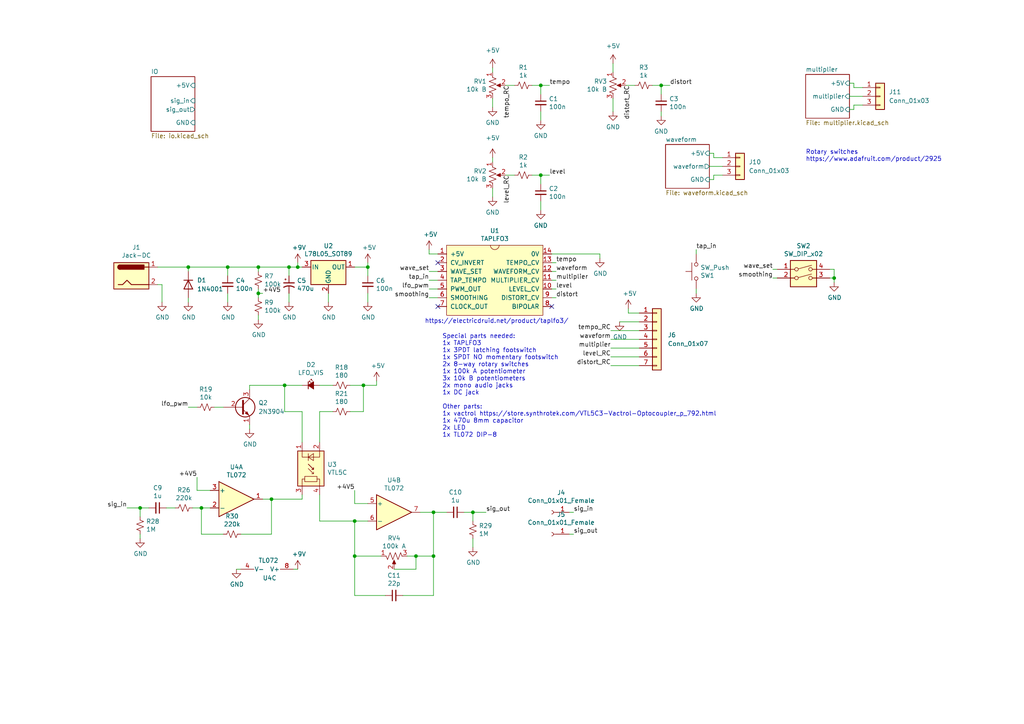
<source format=kicad_sch>
(kicad_sch (version 20230121) (generator eeschema)
  (paper "A4")
  (lib_symbols
    (symbol "Amplifier_Operational:TL072" (pin_names (offset 0.127))
      (property "Reference" "U" (at 0 5.08 0))
      (property "Value" "TL072" (at 0 -5.08 0))
      (symbol "TL072_1_1"
        (polyline (pts (xy -5.08 5.08) (xy 5.08 0) (xy -5.08 -5.08) (xy -5.08 5.08)) (stroke (width 0.254)) (fill (type background)))
        (pin output line (at 7.62 0 180) (length 2.54) (name "~") (number "1"))
        (pin input line (at -7.62 -2.54 0) (length 2.54) (name "-") (number "2"))
        (pin input line (at -7.62 2.54 0) (length 2.54) (name "+") (number "3"))
      )
      (symbol "TL072_2_1"
        (polyline (pts (xy -5.08 5.08) (xy 5.08 0) (xy -5.08 -5.08) (xy -5.08 5.08)) (stroke (width 0.254)) (fill (type background)))
        (pin input line (at -7.62 2.54 0) (length 2.54) (name "+") (number "5"))
        (pin input line (at -7.62 -2.54 0) (length 2.54) (name "-") (number "6"))
        (pin output line (at 7.62 0 180) (length 2.54) (name "~") (number "7"))
      )
      (symbol "TL072_3_1"
        (pin power_in line (at -2.54 -7.62 90) (length 3.81) (name "V-") (number "4"))
        (pin power_in line (at -2.54 7.62 270) (length 3.81) (name "V+") (number "8"))
      )
    )
    (symbol "Connector:Conn_01x01_Female" (pin_names (offset 1.016) hide)
      (property "Reference" "J" (at 0 2.54 0))
      (property "Value" "Conn_01x01_Female" (at 0 -2.54 0))
      (symbol "Conn_01x01_Female_1_1"
        (polyline (pts (xy -1.27 0) (xy -0.508 0)) (stroke (width 0.1524)))
        (arc (start 0 0.508) (mid -0.5058 0) (end 0 -0.508) (stroke (width 0.1524)))
        (pin passive line (at -5.08 0 0) (length 3.81) (name "Pin_1") (number "1"))
      )
    )
    (symbol "Connector:Jack-DC" (pin_names (offset 1.016))
      (property "Reference" "J" (at 0 5.334 0))
      (property "Value" "Jack-DC" (at 0 -5.08 0))
      (symbol "Jack-DC_0_1"
        (rectangle (start -5.08 3.81) (end 5.08 -3.81) (stroke (width 0.254)) (fill (type background)))
        (arc (start -3.302 3.175) (mid -3.9343 2.54) (end -3.302 1.905) (stroke (width 0.254)))
        (arc (start -3.302 3.175) (mid -3.9343 2.54) (end -3.302 1.905) (stroke (width 0.254)) (fill (type outline)))
        (polyline (pts (xy 5.08 2.54) (xy 3.81 2.54)) (stroke (width 0.254)))
        (polyline (pts (xy -3.81 -2.54) (xy -2.54 -2.54) (xy -1.27 -1.27) (xy 0 -2.54) (xy 2.54 -2.54) (xy 5.08 -2.54)) (stroke (width 0.254)))
        (rectangle (start 3.683 3.175) (end -3.302 1.905) (stroke (width 0.254)) (fill (type outline)))
      )
      (symbol "Jack-DC_1_1"
        (pin passive line (at 7.62 2.54 180) (length 2.54) (name "~") (number "1"))
        (pin passive line (at 7.62 -2.54 180) (length 2.54) (name "~") (number "2"))
      )
    )
    (symbol "Connector_Generic:Conn_01x03" (pin_names (offset 1.016) hide)
      (property "Reference" "J" (at 0 5.08 0))
      (property "Value" "Conn_01x03" (at 0 -5.08 0))
      (symbol "Conn_01x03_1_1"
        (rectangle (start -1.27 -2.413) (end 0 -2.667) (stroke (width 0.1524)))
        (rectangle (start -1.27 0.127) (end 0 -0.127) (stroke (width 0.1524)))
        (rectangle (start -1.27 2.667) (end 0 2.413) (stroke (width 0.1524)))
        (rectangle (start -1.27 3.81) (end 1.27 -3.81) (stroke (width 0.254)) (fill (type background)))
        (pin passive line (at -5.08 2.54 0) (length 3.81) (name "Pin_1") (number "1"))
        (pin passive line (at -5.08 0 0) (length 3.81) (name "Pin_2") (number "2"))
        (pin passive line (at -5.08 -2.54 0) (length 3.81) (name "Pin_3") (number "3"))
      )
    )
    (symbol "Connector_Generic:Conn_01x07" (pin_names (offset 1.016) hide)
      (property "Reference" "J" (at 0 10.16 0))
      (property "Value" "Conn_01x07" (at 0 -10.16 0))
      (symbol "Conn_01x07_1_1"
        (rectangle (start -1.27 -7.493) (end 0 -7.747) (stroke (width 0.1524)))
        (rectangle (start -1.27 -4.953) (end 0 -5.207) (stroke (width 0.1524)))
        (rectangle (start -1.27 -2.413) (end 0 -2.667) (stroke (width 0.1524)))
        (rectangle (start -1.27 0.127) (end 0 -0.127) (stroke (width 0.1524)))
        (rectangle (start -1.27 2.667) (end 0 2.413) (stroke (width 0.1524)))
        (rectangle (start -1.27 5.207) (end 0 4.953) (stroke (width 0.1524)))
        (rectangle (start -1.27 7.747) (end 0 7.493) (stroke (width 0.1524)))
        (rectangle (start -1.27 8.89) (end 1.27 -8.89) (stroke (width 0.254)) (fill (type background)))
        (pin passive line (at -5.08 7.62 0) (length 3.81) (name "Pin_1") (number "1"))
        (pin passive line (at -5.08 5.08 0) (length 3.81) (name "Pin_2") (number "2"))
        (pin passive line (at -5.08 2.54 0) (length 3.81) (name "Pin_3") (number "3"))
        (pin passive line (at -5.08 0 0) (length 3.81) (name "Pin_4") (number "4"))
        (pin passive line (at -5.08 -2.54 0) (length 3.81) (name "Pin_5") (number "5"))
        (pin passive line (at -5.08 -5.08 0) (length 3.81) (name "Pin_6") (number "6"))
        (pin passive line (at -5.08 -7.62 0) (length 3.81) (name "Pin_7") (number "7"))
      )
    )
    (symbol "Device:C_Polarized_Small_US" (pin_numbers hide) (pin_names (offset 0.254) hide)
      (property "Reference" "C" (at 0.254 1.778 0))
      (property "Value" "C_Polarized_Small_US" (at 0.254 -2.032 0))
      (symbol "C_Polarized_Small_US_0_1"
        (polyline (pts (xy -1.524 0.508) (xy 1.524 0.508)) (stroke (width 0.3048)))
        (polyline (pts (xy -1.27 1.524) (xy -0.762 1.524)))
        (polyline (pts (xy -1.016 1.27) (xy -1.016 1.778)))
        (arc (start 1.524 -0.762) (mid 0 -0.3734) (end -1.524 -0.762) (stroke (width 0.3048)))
      )
      (symbol "C_Polarized_Small_US_1_1"
        (pin passive line (at 0 2.54 270) (length 2.032) (name "~") (number "1"))
        (pin passive line (at 0 -2.54 90) (length 2.032) (name "~") (number "2"))
      )
    )
    (symbol "Device:C_Small" (pin_numbers hide) (pin_names (offset 0.254) hide)
      (property "Reference" "C" (at 0.254 1.778 0))
      (property "Value" "C_Small" (at 0.254 -2.032 0))
      (symbol "C_Small_0_1"
        (polyline (pts (xy -1.524 -0.508) (xy 1.524 -0.508)) (stroke (width 0.3302)))
        (polyline (pts (xy -1.524 0.508) (xy 1.524 0.508)) (stroke (width 0.3048)))
      )
      (symbol "C_Small_1_1"
        (pin passive line (at 0 2.54 270) (length 2.032) (name "~") (number "1"))
        (pin passive line (at 0 -2.54 90) (length 2.032) (name "~") (number "2"))
      )
    )
    (symbol "Device:LED_Small_Filled" (pin_numbers hide) (pin_names (offset 0.254) hide)
      (property "Reference" "D" (at -1.27 3.175 0))
      (property "Value" "LED_Small_Filled" (at -4.445 -2.54 0))
      (symbol "LED_Small_Filled_0_1"
        (polyline (pts (xy -0.762 -1.016) (xy -0.762 1.016)) (stroke (width 0.254)))
        (polyline (pts (xy 1.016 0) (xy -0.762 0)))
        (polyline (pts (xy 0.762 -1.016) (xy -0.762 0) (xy 0.762 1.016) (xy 0.762 -1.016)) (stroke (width 0.254)) (fill (type outline)))
        (polyline (pts (xy 0 0.762) (xy -0.508 1.27) (xy -0.254 1.27) (xy -0.508 1.27) (xy -0.508 1.016)))
        (polyline (pts (xy 0.508 1.27) (xy 0 1.778) (xy 0.254 1.778) (xy 0 1.778) (xy 0 1.524)))
      )
      (symbol "LED_Small_Filled_1_1"
        (pin passive line (at -2.54 0 0) (length 1.778) (name "K") (number "1"))
        (pin passive line (at 2.54 0 180) (length 1.778) (name "A") (number "2"))
      )
    )
    (symbol "Device:R_Potentiometer_US" (pin_names (offset 1.016) hide)
      (property "Reference" "RV" (at -4.445 0 90))
      (property "Value" "R_Potentiometer_US" (at -2.54 0 90))
      (symbol "R_Potentiometer_US_0_1"
        (polyline (pts (xy 0 -2.286) (xy 0 -2.54)))
        (polyline (pts (xy 0 2.54) (xy 0 2.286)))
        (polyline (pts (xy 2.54 0) (xy 1.524 0)))
        (polyline (pts (xy 1.143 0) (xy 2.286 0.508) (xy 2.286 -0.508) (xy 1.143 0)) (fill (type outline)))
        (polyline (pts (xy 0 -0.762) (xy 1.016 -1.143) (xy 0 -1.524) (xy -1.016 -1.905) (xy 0 -2.286)))
        (polyline (pts (xy 0 0.762) (xy 1.016 0.381) (xy 0 0) (xy -1.016 -0.381) (xy 0 -0.762)))
        (polyline (pts (xy 0 2.286) (xy 1.016 1.905) (xy 0 1.524) (xy -1.016 1.143) (xy 0 0.762)))
      )
      (symbol "R_Potentiometer_US_1_1"
        (pin passive line (at 0 3.81 270) (length 1.27) (name "1") (number "1"))
        (pin passive line (at 3.81 0 180) (length 1.27) (name "2") (number "2"))
        (pin passive line (at 0 -3.81 90) (length 1.27) (name "3") (number "3"))
      )
    )
    (symbol "Device:R_Small_US" (pin_numbers hide) (pin_names (offset 0.254) hide)
      (property "Reference" "R" (at 0.762 0.508 0))
      (property "Value" "R_Small_US" (at 0.762 -1.016 0))
      (symbol "R_Small_US_1_1"
        (polyline (pts (xy 0 0) (xy 1.016 -0.381) (xy 0 -0.762) (xy -1.016 -1.143) (xy 0 -1.524)))
        (polyline (pts (xy 0 1.524) (xy 1.016 1.143) (xy 0 0.762) (xy -1.016 0.381) (xy 0 0)))
        (pin passive line (at 0 2.54 270) (length 1.016) (name "~") (number "1"))
        (pin passive line (at 0 -2.54 90) (length 1.016) (name "~") (number "2"))
      )
    )
    (symbol "Diode:1N4001" (pin_numbers hide) (pin_names hide)
      (property "Reference" "D" (at 0 2.54 0))
      (property "Value" "1N4001" (at 0 -2.54 0))
      (symbol "1N4001_0_1"
        (polyline (pts (xy -1.27 1.27) (xy -1.27 -1.27)) (stroke (width 0.254)))
        (polyline (pts (xy 1.27 0) (xy -1.27 0)))
        (polyline (pts (xy 1.27 1.27) (xy 1.27 -1.27) (xy -1.27 0) (xy 1.27 1.27)) (stroke (width 0.254)))
      )
      (symbol "1N4001_1_1"
        (pin passive line (at -3.81 0 0) (length 2.54) (name "K") (number "1"))
        (pin passive line (at 3.81 0 180) (length 2.54) (name "A") (number "2"))
      )
    )
    (symbol "Isolator:VTL5C" (pin_names (offset 1.016) hide)
      (property "Reference" "U" (at 0 5.08 0))
      (property "Value" "VTL5C" (at 0 -5.08 0))
      (symbol "VTL5C_0_1"
        (rectangle (start -5.08 3.81) (end 5.08 -3.81) (stroke (width 0.254)) (fill (type background)))
        (polyline (pts (xy -4.318 0.762) (xy -2.286 0.762)))
        (polyline (pts (xy -1.27 0.762) (xy 0.254 -0.762)))
        (polyline (pts (xy -1.27 0.762) (xy 0.254 -0.762)))
        (polyline (pts (xy 0 0.762) (xy 1.524 -0.762)))
        (polyline (pts (xy 0.254 -0.254) (xy 0.254 -0.762) (xy -0.254 -0.762)))
        (polyline (pts (xy 0.254 -0.254) (xy 0.254 -0.762) (xy -0.254 -0.762)))
        (polyline (pts (xy 1.524 -0.254) (xy 1.524 -0.762) (xy 1.016 -0.762)))
        (polyline (pts (xy 3.048 -1.778) (xy 3.048 -2.54) (xy 5.08 -2.54)))
        (polyline (pts (xy 3.048 1.778) (xy 3.048 2.54) (xy 5.08 2.54)))
        (polyline (pts (xy -5.08 -2.54) (xy -3.302 -2.54) (xy -3.302 2.54) (xy -5.08 2.54)))
        (rectangle (start 2.286 1.778) (end 3.81 -1.778))
      )
      (symbol "VTL5C_1_1"
        (polyline (pts (xy -4.318 -0.762) (xy -3.302 0.762) (xy -2.286 -0.762) (xy -4.318 -0.762)))
        (pin passive line (at -7.62 2.54 0) (length 2.54) (name "-") (number "1"))
        (pin passive line (at -7.62 -2.54 0) (length 2.54) (name "+") (number "2"))
        (pin passive line (at 7.62 2.54 180) (length 2.54) (name "~") (number "3"))
        (pin passive line (at 7.62 -2.54 180) (length 2.54) (name "~") (number "4"))
      )
    )
    (symbol "Regulator_Linear:L78L05_SOT89" (pin_names (offset 0.254))
      (property "Reference" "U" (at -3.81 3.175 0))
      (property "Value" "L78L05_SOT89" (at -0.635 3.175 0))
      (symbol "L78L05_SOT89_0_1"
        (rectangle (start -5.08 1.905) (end 5.08 -5.08) (stroke (width 0.254)) (fill (type background)))
      )
      (symbol "L78L05_SOT89_1_1"
        (pin power_out line (at 7.62 0 180) (length 2.54) (name "OUT") (number "1"))
        (pin power_in line (at 0 -7.62 90) (length 2.54) (name "GND") (number "2"))
        (pin power_in line (at -7.62 0 0) (length 2.54) (name "IN") (number "3"))
      )
    )
    (symbol "Switch:SW_DIP_x02" (pin_names (offset 0) hide)
      (property "Reference" "SW" (at 0 6.35 0))
      (property "Value" "SW_DIP_x02" (at 0 -3.81 0))
      (symbol "SW_DIP_x02_0_0"
        (circle (center -2.032 0) (radius 0.508))
        (circle (center -2.032 2.54) (radius 0.508))
        (polyline (pts (xy -1.524 0.127) (xy 2.3622 1.1684)))
        (polyline (pts (xy -1.524 2.667) (xy 2.3622 3.7084)))
        (circle (center 2.032 0) (radius 0.508))
        (circle (center 2.032 2.54) (radius 0.508))
      )
      (symbol "SW_DIP_x02_0_1"
        (rectangle (start -3.81 5.08) (end 3.81 -2.54) (stroke (width 0.254)) (fill (type background)))
      )
      (symbol "SW_DIP_x02_1_1"
        (pin passive line (at -7.62 2.54 0) (length 5.08) (name "~") (number "1"))
        (pin passive line (at -7.62 0 0) (length 5.08) (name "~") (number "2"))
        (pin passive line (at 7.62 0 180) (length 5.08) (name "~") (number "3"))
        (pin passive line (at 7.62 2.54 180) (length 5.08) (name "~") (number "4"))
      )
    )
    (symbol "Switch:SW_Push" (pin_numbers hide) (pin_names (offset 1.016) hide)
      (property "Reference" "SW" (at 1.27 2.54 0))
      (property "Value" "SW_Push" (at 0 -1.524 0))
      (symbol "SW_Push_0_1"
        (circle (center -2.032 0) (radius 0.508))
        (polyline (pts (xy 0 1.27) (xy 0 3.048)))
        (polyline (pts (xy 2.54 1.27) (xy -2.54 1.27)))
        (circle (center 2.032 0) (radius 0.508))
        (pin passive line (at -5.08 0 0) (length 2.54) (name "1") (number "1"))
        (pin passive line (at 5.08 0 180) (length 2.54) (name "2") (number "2"))
      )
    )
    (symbol "TAPLFO:TAPLFO3" (pin_names (offset 1.016))
      (property "Reference" "U" (at 0 1.27 0))
      (property "Value" "TAPLFO3" (at 0 3.81 0))
      (symbol "TAPLFO3_0_1"
        (rectangle (start -13.97 0) (end 13.97 -20.32) (fill (type background)))
        (arc (start -1.27 0) (mid 0 -1.2645) (end 1.27 0))
      )
      (symbol "TAPLFO3_1_1"
        (pin power_in line (at -16.51 -2.54 0) (length 2.54) (name "+5V") (number "1"))
        (pin input line (at 16.51 -12.7 180) (length 2.54) (name "LEVEL_CV") (number "10"))
        (pin input line (at 16.51 -10.16 180) (length 2.54) (name "MULTIPLIER_CV") (number "11"))
        (pin input line (at 16.51 -7.62 180) (length 2.54) (name "WAVEFORM_CV") (number "12"))
        (pin input line (at 16.51 -5.08 180) (length 2.54) (name "TEMPO_CV") (number "13"))
        (pin power_in line (at 16.51 -2.54 180) (length 2.54) (name "0V") (number "14"))
        (pin input line (at -16.51 -5.08 0) (length 2.54) (name "CV_INVERT") (number "2"))
        (pin input line (at -16.51 -7.62 0) (length 2.54) (name "WAVE_SET") (number "3"))
        (pin input line (at -16.51 -10.16 0) (length 2.54) (name "TAP_TEMPO") (number "4"))
        (pin output line (at -16.51 -12.7 0) (length 2.54) (name "PWM_OUT") (number "5"))
        (pin input line (at -16.51 -15.24 0) (length 2.54) (name "SMOOTHING") (number "6"))
        (pin output line (at -16.51 -17.78 0) (length 2.54) (name "CLOCK_OUT") (number "7"))
        (pin input line (at 16.51 -17.78 180) (length 2.54) (name "BIPOLAR") (number "8"))
        (pin input line (at 16.51 -15.24 180) (length 2.54) (name "DISTORT_CV") (number "9"))
      )
    )
    (symbol "Transistor_BJT:2N3904" (pin_names (offset 0) hide)
      (property "Reference" "Q" (at 5.08 1.905 0))
      (property "Value" "2N3904" (at 5.08 0 0))
      (symbol "2N3904_0_1"
        (polyline (pts (xy 0.635 0.635) (xy 2.54 2.54)))
        (polyline (pts (xy 0.635 -0.635) (xy 2.54 -2.54) (xy 2.54 -2.54)))
        (polyline (pts (xy 0.635 1.905) (xy 0.635 -1.905) (xy 0.635 -1.905)) (stroke (width 0.508)))
        (polyline (pts (xy 1.27 -1.778) (xy 1.778 -1.27) (xy 2.286 -2.286) (xy 1.27 -1.778) (xy 1.27 -1.778)) (fill (type outline)))
        (circle (center 1.27 0) (radius 2.8194) (stroke (width 0.254)))
      )
      (symbol "2N3904_1_1"
        (pin passive line (at 2.54 -5.08 90) (length 2.54) (name "E") (number "1"))
        (pin passive line (at -5.08 0 0) (length 5.715) (name "B") (number "2"))
        (pin passive line (at 2.54 5.08 270) (length 2.54) (name "C") (number "3"))
      )
    )
    (symbol "power:+5V" (power) (pin_names (offset 0))
      (property "Value" "+5V" (at 0 3.556 0))
      (symbol "+5V_0_1"
        (polyline (pts (xy -0.762 1.27) (xy 0 2.54)))
        (polyline (pts (xy 0 0) (xy 0 2.54)))
        (polyline (pts (xy 0 2.54) (xy 0.762 1.27)))
      )
      (symbol "+5V_1_1"
        (pin power_in line (at 0 0 90) (length 0) hide (name "+5V") (number "1"))
      )
    )
    (symbol "power:+9V" (power) (pin_names (offset 0))
      (property "Value" "+9V" (at 0 3.556 0))
      (symbol "+9V_0_1"
        (polyline (pts (xy -0.762 1.27) (xy 0 2.54)))
        (polyline (pts (xy 0 0) (xy 0 2.54)))
        (polyline (pts (xy 0 2.54) (xy 0.762 1.27)))
      )
      (symbol "+9V_1_1"
        (pin power_in line (at 0 0 90) (length 0) hide (name "+9V") (number "1"))
      )
    )
    (symbol "power:GND" (power) (pin_names (offset 0))
      (property "Value" "GND" (at 0 -3.81 0))
      (symbol "GND_0_1"
        (polyline (pts (xy 0 0) (xy 0 -1.27) (xy 1.27 -1.27) (xy 0 -2.54) (xy -1.27 -1.27) (xy 0 -1.27)))
      )
      (symbol "GND_1_1"
        (pin power_in line (at 0 0 270) (length 0) hide (name "GND") (number "1"))
      )
    )
  )
  (junction (at 105.41 111.76))
  (junction (at 74.93 77.47))
  (junction (at 102.87 161.29))
  (junction (at 191.77 24.765))
  (junction (at 83.82 77.47))
  (junction (at 137.16 148.59))
  (junction (at 102.87 151.13))
  (junction (at 125.73 161.29))
  (junction (at 82.55 111.76))
  (junction (at 66.04 77.47))
  (junction (at 54.61 77.47))
  (junction (at 86.36 77.47))
  (junction (at 74.93 85.09))
  (junction (at 241.935 80.645))
  (junction (at 125.73 148.59))
  (junction (at 156.845 24.765))
  (junction (at 106.68 77.47))
  (junction (at 58.42 147.32))
  (junction (at 156.845 50.8))
  (junction (at 78.74 144.78))
  (junction (at 120.65 161.29))
  (junction (at 40.64 147.32))
  (no_connect (at 127 76.2))
  (no_connect (at 160.02 88.9))
  (no_connect (at 127 88.9))
  (wire (pts (xy 45.72 77.47) (xy 54.61 77.47)))
  (wire (pts (xy 124.46 83.82) (xy 127 83.82)))
  (wire (pts (xy 125.73 172.72) (xy 125.73 161.29)))
  (wire (pts (xy 177.8 28.575) (xy 177.8 32.385)))
  (wire (pts (xy 106.68 77.47) (xy 102.87 77.47)))
  (wire (pts (xy 166.37 148.59) (xy 165.1 148.59)))
  (wire (pts (xy 246.38 27.94) (xy 250.19 27.94)))
  (wire (pts (xy 140.97 148.59) (xy 137.16 148.59)))
  (wire (pts (xy 50.8 147.32) (xy 48.26 147.32)))
  (wire (pts (xy 156.845 50.8) (xy 159.385 50.8)))
  (wire (pts (xy 177.8 18.415) (xy 177.8 20.955)))
  (wire (pts (xy 74.93 77.47) (xy 83.82 77.47)))
  (wire (pts (xy 105.41 111.76) (xy 105.41 119.38)))
  (wire (pts (xy 78.74 154.94) (xy 78.74 144.78)))
  (wire (pts (xy 156.845 24.765) (xy 156.845 27.305)))
  (wire (pts (xy 40.64 147.32) (xy 36.83 147.32)))
  (wire (pts (xy 87.63 111.76) (xy 82.55 111.76)))
  (wire (pts (xy 240.665 78.105) (xy 241.935 78.105)))
  (wire (pts (xy 74.93 91.44) (xy 74.93 92.71)))
  (wire (pts (xy 110.49 161.29) (xy 102.87 161.29)))
  (wire (pts (xy 137.16 151.13) (xy 137.16 148.59)))
  (wire (pts (xy 129.54 148.59) (xy 125.73 148.59)))
  (wire (pts (xy 177.165 103.505) (xy 185.42 103.505)))
  (wire (pts (xy 58.42 147.32) (xy 58.42 154.94)))
  (wire (pts (xy 43.18 147.32) (xy 40.64 147.32)))
  (wire (pts (xy 58.42 154.94) (xy 64.77 154.94)))
  (wire (pts (xy 74.93 78.74) (xy 74.93 77.47)))
  (wire (pts (xy 154.305 50.8) (xy 156.845 50.8)))
  (wire (pts (xy 142.875 19.685) (xy 142.875 20.955)))
  (wire (pts (xy 120.65 165.1) (xy 120.65 161.29)))
  (wire (pts (xy 66.04 85.09) (xy 66.04 87.63)))
  (wire (pts (xy 57.15 118.11) (xy 54.61 118.11)))
  (wire (pts (xy 182.245 89.535) (xy 182.245 90.805)))
  (wire (pts (xy 177.165 106.045) (xy 185.42 106.045)))
  (wire (pts (xy 78.74 144.78) (xy 87.63 144.78)))
  (wire (pts (xy 156.845 50.8) (xy 156.845 53.34)))
  (wire (pts (xy 146.685 50.8) (xy 149.225 50.8)))
  (wire (pts (xy 92.71 128.27) (xy 92.71 119.38)))
  (wire (pts (xy 177.165 100.965) (xy 185.42 100.965)))
  (wire (pts (xy 46.99 82.55) (xy 46.99 87.63)))
  (wire (pts (xy 116.84 172.72) (xy 125.73 172.72)))
  (wire (pts (xy 137.16 158.75) (xy 137.16 156.21)))
  (wire (pts (xy 102.87 146.05) (xy 106.68 146.05)))
  (wire (pts (xy 182.245 90.805) (xy 185.42 90.805)))
  (wire (pts (xy 240.665 80.645) (xy 241.935 80.645)))
  (wire (pts (xy 142.875 45.72) (xy 142.875 46.99)))
  (wire (pts (xy 189.23 24.765) (xy 191.77 24.765)))
  (wire (pts (xy 83.82 77.47) (xy 83.82 80.01)))
  (wire (pts (xy 124.46 72.39) (xy 124.46 73.66)))
  (wire (pts (xy 105.41 119.38) (xy 101.6 119.38)))
  (wire (pts (xy 125.73 161.29) (xy 125.73 148.59)))
  (wire (pts (xy 54.61 77.47) (xy 54.61 78.74)))
  (wire (pts (xy 156.845 34.925) (xy 156.845 32.385)))
  (wire (pts (xy 106.68 76.2) (xy 106.68 77.47)))
  (wire (pts (xy 74.93 85.09) (xy 74.93 86.36)))
  (wire (pts (xy 102.87 142.24) (xy 102.87 146.05)))
  (wire (pts (xy 69.85 154.94) (xy 78.74 154.94)))
  (wire (pts (xy 154.305 24.765) (xy 156.845 24.765)))
  (wire (pts (xy 55.88 147.32) (xy 58.42 147.32)))
  (wire (pts (xy 83.82 77.47) (xy 86.36 77.47)))
  (wire (pts (xy 86.36 165.1) (xy 85.09 165.1)))
  (wire (pts (xy 101.6 111.76) (xy 105.41 111.76)))
  (wire (pts (xy 120.65 161.29) (xy 125.73 161.29)))
  (wire (pts (xy 124.46 73.66) (xy 127 73.66)))
  (wire (pts (xy 57.15 138.43) (xy 57.15 142.24)))
  (wire (pts (xy 72.39 111.76) (xy 72.39 113.03)))
  (wire (pts (xy 191.77 24.765) (xy 191.77 27.305)))
  (wire (pts (xy 74.93 83.82) (xy 74.93 85.09)))
  (wire (pts (xy 156.845 24.765) (xy 159.385 24.765)))
  (wire (pts (xy 246.38 31.75) (xy 247.65 31.75)))
  (wire (pts (xy 177.165 95.885) (xy 185.42 95.885)))
  (wire (pts (xy 102.87 161.29) (xy 102.87 151.13)))
  (wire (pts (xy 40.64 156.21) (xy 40.64 154.94)))
  (wire (pts (xy 68.58 165.1) (xy 69.85 165.1)))
  (wire (pts (xy 64.77 118.11) (xy 62.23 118.11)))
  (wire (pts (xy 156.845 60.96) (xy 156.845 58.42)))
  (wire (pts (xy 109.22 110.49) (xy 109.22 111.76)))
  (wire (pts (xy 224.155 78.105) (xy 225.425 78.105)))
  (wire (pts (xy 92.71 143.51) (xy 92.71 151.13)))
  (wire (pts (xy 58.42 147.32) (xy 60.96 147.32)))
  (wire (pts (xy 137.16 148.59) (xy 134.62 148.59)))
  (wire (pts (xy 66.04 80.01) (xy 66.04 77.47)))
  (wire (pts (xy 207.01 52.07) (xy 207.01 50.8)))
  (wire (pts (xy 114.3 165.1) (xy 120.65 165.1)))
  (wire (pts (xy 124.46 86.36) (xy 127 86.36)))
  (wire (pts (xy 160.02 73.66) (xy 173.99 73.66)))
  (wire (pts (xy 92.71 151.13) (xy 102.87 151.13)))
  (wire (pts (xy 54.61 87.63) (xy 54.61 86.36)))
  (wire (pts (xy 142.875 28.575) (xy 142.875 31.115)))
  (wire (pts (xy 87.63 119.38) (xy 87.63 128.27)))
  (wire (pts (xy 57.15 142.24) (xy 60.96 142.24)))
  (wire (pts (xy 250.19 25.4) (xy 247.65 25.4)))
  (wire (pts (xy 96.52 111.76) (xy 92.71 111.76)))
  (wire (pts (xy 86.36 77.47) (xy 87.63 77.47)))
  (wire (pts (xy 82.55 111.76) (xy 72.39 111.76)))
  (wire (pts (xy 207.01 50.8) (xy 209.55 50.8)))
  (wire (pts (xy 87.63 144.78) (xy 87.63 143.51)))
  (wire (pts (xy 78.74 144.78) (xy 76.2 144.78)))
  (wire (pts (xy 191.77 24.765) (xy 194.31 24.765)))
  (wire (pts (xy 45.72 82.55) (xy 46.99 82.55)))
  (wire (pts (xy 40.64 149.86) (xy 40.64 147.32)))
  (wire (pts (xy 127 78.74) (xy 124.46 78.74)))
  (wire (pts (xy 207.01 45.72) (xy 207.01 44.45)))
  (wire (pts (xy 160.02 86.36) (xy 161.29 86.36)))
  (wire (pts (xy 205.74 48.26) (xy 209.55 48.26)))
  (wire (pts (xy 224.155 80.645) (xy 225.425 80.645)))
  (wire (pts (xy 106.68 80.01) (xy 106.68 77.47)))
  (wire (pts (xy 86.36 76.2) (xy 86.36 77.47)))
  (wire (pts (xy 120.65 161.29) (xy 118.11 161.29)))
  (wire (pts (xy 177.165 98.425) (xy 185.42 98.425)))
  (wire (pts (xy 181.61 24.765) (xy 184.15 24.765)))
  (wire (pts (xy 83.82 87.63) (xy 83.82 85.09)))
  (wire (pts (xy 105.41 111.76) (xy 109.22 111.76)))
  (wire (pts (xy 125.73 148.59) (xy 121.92 148.59)))
  (wire (pts (xy 92.71 119.38) (xy 96.52 119.38)))
  (wire (pts (xy 54.61 77.47) (xy 66.04 77.47)))
  (wire (pts (xy 247.65 30.48) (xy 250.19 30.48)))
  (wire (pts (xy 106.68 87.63) (xy 106.68 85.09)))
  (wire (pts (xy 247.65 25.4) (xy 247.65 24.13)))
  (wire (pts (xy 201.93 85.09) (xy 201.93 83.82)))
  (wire (pts (xy 142.875 54.61) (xy 142.875 57.15)))
  (wire (pts (xy 102.87 151.13) (xy 106.68 151.13)))
  (wire (pts (xy 201.93 72.39) (xy 201.93 73.66)))
  (wire (pts (xy 166.37 154.94) (xy 165.1 154.94)))
  (wire (pts (xy 74.93 85.09) (xy 76.2 85.09)))
  (wire (pts (xy 247.65 24.13) (xy 246.38 24.13)))
  (wire (pts (xy 241.935 78.105) (xy 241.935 80.645)))
  (wire (pts (xy 160.02 81.28) (xy 161.29 81.28)))
  (wire (pts (xy 160.02 76.2) (xy 161.29 76.2)))
  (wire (pts (xy 82.55 119.38) (xy 87.63 119.38)))
  (wire (pts (xy 179.705 93.345) (xy 185.42 93.345)))
  (wire (pts (xy 207.01 44.45) (xy 205.74 44.45)))
  (wire (pts (xy 146.685 24.765) (xy 149.225 24.765)))
  (wire (pts (xy 205.74 52.07) (xy 207.01 52.07)))
  (wire (pts (xy 247.65 31.75) (xy 247.65 30.48)))
  (wire (pts (xy 124.46 81.28) (xy 127 81.28)))
  (wire (pts (xy 82.55 111.76) (xy 82.55 119.38)))
  (wire (pts (xy 207.01 45.72) (xy 209.55 45.72)))
  (wire (pts (xy 102.87 172.72) (xy 102.87 161.29)))
  (wire (pts (xy 66.04 77.47) (xy 74.93 77.47)))
  (wire (pts (xy 160.02 83.82) (xy 161.29 83.82)))
  (wire (pts (xy 173.99 73.66) (xy 173.99 74.93)))
  (wire (pts (xy 111.76 172.72) (xy 102.87 172.72)))
  (wire (pts (xy 241.935 80.645) (xy 241.935 81.915)))
  (wire (pts (xy 191.77 32.385) (xy 191.77 33.655)))
  (wire (pts (xy 72.39 124.46) (xy 72.39 123.19)))
  (wire (pts (xy 95.25 87.63) (xy 95.25 85.09)))
  (wire (pts (xy 160.02 78.74) (xy 161.29 78.74)))
  (text "Special parts needed:\n1x TAPLFO3\n1x 3PDT latching footswitch\n1x SPDT NO momentary footswitch\n2x 8-way rotary switches\n1x 100k A potentiometer\n3x 10k B potentiometers\n2x mono audio jacks\n1x DC jack\n\nOther parts:\n1x vactrol https://store.synthrotek.com/VTL5C3-Vactrol-Optocoupler_p_792.html\n1x 470u 8mm capacitor\n2x LED\n1x TL072 DIP-8\n" (at 128.27 127 0) (effects (font (size 1.27 1.27)) (justify left bottom)))
  (text "Rotary switches\nhttps://www.adafruit.com/product/2925" (at 233.68 46.99 0) (effects (font (size 1.27 1.27)) (justify left bottom)))
  (text "https://electricdruid.net/product/taplfo3/" (at 123.19 93.98 0) (effects (font (size 1.27 1.27)) (justify left bottom)))
  (label "smoothing" (at 124.46 86.36 180))
  (label "lfo_pwm" (at 54.61 118.11 180))
  (label "lfo_pwm" (at 124.46 83.82 180))
  (label "level_RC" (at 177.165 103.505 180))
  (label "+4V5" (at 76.2 85.09 0))
  (label "+4V5" (at 57.15 138.43 180))
  (label "sig_in" (at 166.37 148.59 0))
  (label "waveform" (at 177.165 98.425 180))
  (label "sig_in" (at 36.83 147.32 180))
  (label "distort_RC" (at 182.88 24.765 270))
  (label "multiplier" (at 177.165 100.965 180))
  (label "sig_out" (at 140.97 148.59 0))
  (label "waveform" (at 161.29 78.74 0))
  (label "level_RC" (at 147.955 50.8 270))
  (label "+4V5" (at 102.87 142.24 180))
  (label "wave_set" (at 224.155 78.105 180))
  (label "tempo_RC" (at 147.955 24.765 270))
  (label "tap_in" (at 201.93 72.39 0))
  (label "tempo" (at 161.29 76.2 0))
  (label "tap_in" (at 124.46 81.28 180))
  (label "sig_out" (at 166.37 154.94 0))
  (label "distort" (at 194.31 24.765 0))
  (label "level" (at 161.29 83.82 0))
  (label "tempo_RC" (at 177.165 95.885 180))
  (label "wave_set" (at 124.46 78.74 180))
  (label "level" (at 159.385 50.8 0))
  (label "multiplier" (at 161.29 81.28 0))
  (label "distort_RC" (at 177.165 106.045 180))
  (label "tempo" (at 159.385 24.765 0))
  (label "smoothing" (at 224.155 80.645 180))
  (label "distort" (at 161.29 86.36 0))
  (symbol (lib_id "TAPLFO:TAPLFO3") (at 143.51 71.12 0) (unit 1)
    (property "Reference" "U1" (at 143.51 66.929 0))
    (property "Value" "TAPLFO3" (at 143.51 69.2404 0))
    (property "Footprint" "Package_DIP:DIP-14_W7.62mm" (effects hide))
  )
  (symbol (lib_id "power:+5V") (at 124.46 72.39 0) (unit 1)
    (property "Reference" "#PWR0101" (effects hide))
    (property "Value" "+5V" (at 124.841 67.9958 0))
  )
  (symbol (lib_id "power:GND") (at 173.99 74.93 0) (unit 1)
    (property "Reference" "#PWR0102" (effects hide))
    (property "Value" "GND" (at 174.117 79.3242 0))
  )
  (symbol (lib_id "Switch:SW_Push") (at 201.93 78.74 90) (mirror x) (unit 1)
    (property "Reference" "SW1" (at 203.1492 79.9084 90) (effects (justify right)))
    (property "Value" "SW_Push" (at 203.1492 77.597 90) (effects (justify right)))
    (property "Footprint" "Connector_PinHeader_2.54mm:PinHeader_1x02_P2.54mm_Vertical" (effects hide))
  )
  (symbol (lib_id "power:GND") (at 201.93 85.09 0) (unit 1)
    (property "Reference" "#PWR0103" (effects hide))
    (property "Value" "GND" (at 202.057 89.4842 0))
  )
  (symbol (lib_id "power:GND") (at 241.935 81.915 0) (unit 1)
    (property "Reference" "#PWR0104" (effects hide))
    (property "Value" "GND" (at 242.062 86.3092 0))
  )
  (symbol (lib_id "Switch:SW_DIP_x02") (at 233.045 80.645 0) (unit 1)
    (property "Reference" "SW2" (at 233.045 71.3232 0))
    (property "Value" "SW_DIP_x02" (at 233.045 73.6346 0))
    (property "Footprint" "Button_Switch_SMD:SW_DIP_SPSTx02_Slide_9.78x7.26mm_W8.61mm_P2.54mm" (effects hide))
  )
  (symbol (lib_id "Regulator_Linear:L78L05_SOT89") (at 95.25 77.47 0) (unit 1)
    (property "Reference" "U2" (at 95.25 71.3232 0))
    (property "Value" "L78L05_SOT89" (at 95.25 73.6346 0))
    (property "Footprint" "Package_TO_SOT_THT:TO-92L_Inline" (effects hide))
    (property "Datasheet" "http://www.st.com/content/ccc/resource/technical/document/datasheet/15/55/e5/aa/23/5b/43/fd/CD00000446.pdf/files/CD00000446.pdf/jcr:content/translations/en.CD00000446.pdf" (effects hide))
  )
  (symbol (lib_id "Device:R_Small_US") (at 59.69 118.11 270) (unit 1)
    (property "Reference" "R19" (at 59.69 112.903 90))
    (property "Value" "10k" (at 59.69 115.2144 90))
    (property "Footprint" "Resistor_THT:R_Axial_DIN0207_L6.3mm_D2.5mm_P7.62mm_Horizontal" (effects hide))
  )
  (symbol (lib_id "power:GND") (at 72.39 124.46 0) (unit 1)
    (property "Reference" "#PWR0120" (effects hide))
    (property "Value" "GND" (at 72.517 128.8542 0))
  )
  (symbol (lib_id "Device:LED_Small_Filled") (at 90.17 111.76 0) (unit 1)
    (property "Reference" "D2" (at 90.17 105.791 0))
    (property "Value" "LFO_VIS" (at 90.17 108.1024 0))
    (property "Footprint" "LED_THT:LED_D4.0mm" (effects hide))
  )
  (symbol (lib_id "Device:R_Small_US") (at 99.06 111.76 270) (unit 1)
    (property "Reference" "R18" (at 99.06 106.553 90))
    (property "Value" "180" (at 99.06 108.8644 90))
    (property "Footprint" "Resistor_THT:R_Axial_DIN0207_L6.3mm_D2.5mm_P7.62mm_Horizontal" (effects hide))
  )
  (symbol (lib_id "Isolator:VTL5C") (at 90.17 135.89 90) (mirror x) (unit 1)
    (property "Reference" "U3" (at 94.9452 134.7216 90) (effects (justify right)))
    (property "Value" "VTL5C" (at 94.9452 137.033 90) (effects (justify right)))
    (property "Footprint" "OptoDevice:PerkinElmer_VTL5C" (effects hide))
    (property "Datasheet" "http://www.qsl.net/wa1ion/vactrol/vactrol.pdf" (effects hide))
  )
  (symbol (lib_id "Device:R_Small_US") (at 99.06 119.38 270) (unit 1)
    (property "Reference" "R21" (at 99.06 114.173 90))
    (property "Value" "180" (at 99.06 116.4844 90))
    (property "Footprint" "Resistor_THT:R_Axial_DIN0207_L6.3mm_D2.5mm_P7.62mm_Horizontal" (effects hide))
  )
  (symbol (lib_id "power:+5V") (at 109.22 110.49 0) (unit 1)
    (property "Reference" "#PWR0123" (effects hide))
    (property "Value" "+5V" (at 109.601 106.0958 0))
  )
  (symbol (lib_id "Device:R_Small_US") (at 40.64 152.4 0) (unit 1)
    (property "Reference" "R28" (at 42.3672 151.2316 0) (effects (justify left)))
    (property "Value" "1M" (at 42.3672 153.543 0) (effects (justify left)))
    (property "Footprint" "Resistor_THT:R_Axial_DIN0207_L6.3mm_D2.5mm_P7.62mm_Horizontal" (effects hide))
  )
  (symbol (lib_id "Device:C_Small") (at 45.72 147.32 270) (unit 1)
    (property "Reference" "C9" (at 45.72 141.5034 90))
    (property "Value" "1u" (at 45.72 143.8148 90))
    (property "Footprint" "Capacitor_THT:C_Disc_D4.3mm_W1.9mm_P5.00mm" (effects hide))
  )
  (symbol (lib_id "power:GND") (at 40.64 156.21 0) (unit 1)
    (property "Reference" "#PWR0121" (effects hide))
    (property "Value" "GND" (at 40.767 160.6042 0))
  )
  (symbol (lib_id "Amplifier_Operational:TL072") (at 68.58 144.78 0) (unit 1)
    (property "Reference" "U4" (at 68.58 135.4582 0))
    (property "Value" "TL072" (at 68.58 137.7696 0))
    (property "Footprint" "Package_DIP:DIP-8_W7.62mm" (effects hide))
    (property "Datasheet" "http://www.ti.com/lit/ds/symlink/tl071.pdf" (effects hide))
  )
  (symbol (lib_id "Device:R_Small_US") (at 53.34 147.32 270) (unit 1)
    (property "Reference" "R26" (at 53.34 142.113 90))
    (property "Value" "220k" (at 53.34 144.4244 90))
    (property "Footprint" "Resistor_THT:R_Axial_DIN0207_L6.3mm_D2.5mm_P7.62mm_Horizontal" (effects hide))
  )
  (symbol (lib_id "Device:R_Small_US") (at 67.31 154.94 270) (unit 1)
    (property "Reference" "R30" (at 67.31 149.733 90))
    (property "Value" "220k" (at 67.31 152.0444 90))
    (property "Footprint" "Resistor_THT:R_Axial_DIN0207_L6.3mm_D2.5mm_P7.62mm_Horizontal" (effects hide))
  )
  (symbol (lib_id "Amplifier_Operational:TL072") (at 114.3 148.59 0) (unit 2)
    (property "Reference" "U4" (at 114.3 139.2682 0))
    (property "Value" "TL072" (at 114.3 141.5796 0))
    (property "Footprint" "Package_DIP:DIP-8_W7.62mm" (effects hide))
    (property "Datasheet" "http://www.ti.com/lit/ds/symlink/tl071.pdf" (effects hide))
  )
  (symbol (lib_id "Device:R_Potentiometer_US") (at 114.3 161.29 90) (mirror x) (unit 1)
    (property "Reference" "RV4" (at 114.3 156.083 90))
    (property "Value" "100k A" (at 114.3 158.3944 90))
    (property "Footprint" "Connector_PinHeader_2.54mm:PinHeader_1x02_P2.54mm_Vertical" (effects hide))
  )
  (symbol (lib_id "Device:C_Small") (at 114.3 172.72 90) (unit 1)
    (property "Reference" "C11" (at 114.3 166.9034 90))
    (property "Value" "22p" (at 114.3 169.2148 90))
    (property "Footprint" "Capacitor_THT:C_Disc_D4.3mm_W1.9mm_P5.00mm" (effects hide))
  )
  (symbol (lib_id "Device:C_Small") (at 132.08 148.59 270) (unit 1)
    (property "Reference" "C10" (at 132.08 142.7734 90))
    (property "Value" "1u" (at 132.08 145.0848 90))
    (property "Footprint" "Capacitor_THT:C_Disc_D4.3mm_W1.9mm_P5.00mm" (effects hide))
  )
  (symbol (lib_id "Device:R_Small_US") (at 137.16 153.67 0) (unit 1)
    (property "Reference" "R29" (at 138.8872 152.5016 0) (effects (justify left)))
    (property "Value" "1M" (at 138.8872 154.813 0) (effects (justify left)))
    (property "Footprint" "Resistor_THT:R_Axial_DIN0207_L6.3mm_D2.5mm_P7.62mm_Horizontal" (effects hide))
  )
  (symbol (lib_id "Connector:Conn_01x01_Female") (at 160.02 148.59 180) (unit 1)
    (property "Reference" "J4" (at 162.7632 142.875 0))
    (property "Value" "Conn_01x01_Female" (at 162.7632 145.1864 0))
    (property "Footprint" "Connector_PinSocket_2.54mm:PinSocket_1x01_P2.54mm_Vertical" (effects hide))
  )
  (symbol (lib_id "power:GND") (at 137.16 158.75 0) (unit 1)
    (property "Reference" "#PWR0122" (effects hide))
    (property "Value" "GND" (at 137.287 163.1442 0))
  )
  (symbol (lib_id "Connector:Conn_01x01_Female") (at 160.02 154.94 180) (unit 1)
    (property "Reference" "J5" (at 162.7632 149.225 0))
    (property "Value" "Conn_01x01_Female" (at 162.7632 151.5364 0))
    (property "Footprint" "Connector_PinSocket_2.54mm:PinSocket_1x01_P2.54mm_Vertical" (effects hide))
  )
  (symbol (lib_id "Device:C_Polarized_Small_US") (at 83.82 82.55 0) (unit 1)
    (property "Reference" "C5" (at 86.1314 81.3816 0) (effects (justify left)))
    (property "Value" "470u" (at 86.1314 83.693 0) (effects (justify left)))
    (property "Footprint" "Capacitor_THT:CP_Radial_D8.0mm_P5.00mm" (effects hide))
  )
  (symbol (lib_id "Connector:Jack-DC") (at 38.1 80.01 0) (unit 1)
    (property "Reference" "J1" (at 39.5478 71.755 0))
    (property "Value" "Jack-DC" (at 39.5478 74.0664 0))
    (property "Footprint" "Connector_PinHeader_2.54mm:PinHeader_1x02_P2.54mm_Vertical" (effects hide))
  )
  (symbol (lib_id "power:GND") (at 46.99 87.63 0) (unit 1)
    (property "Reference" "#PWR0124" (effects hide))
    (property "Value" "GND" (at 47.117 92.0242 0))
  )
  (symbol (lib_id "power:GND") (at 54.61 87.63 0) (unit 1)
    (property "Reference" "#PWR0125" (effects hide))
    (property "Value" "GND" (at 54.737 92.0242 0))
  )
  (symbol (lib_id "power:GND") (at 83.82 87.63 0) (unit 1)
    (property "Reference" "#PWR0126" (effects hide))
    (property "Value" "GND" (at 83.947 92.0242 0))
  )
  (symbol (lib_id "power:GND") (at 95.25 87.63 0) (unit 1)
    (property "Reference" "#PWR0127" (effects hide))
    (property "Value" "GND" (at 95.377 92.0242 0))
  )
  (symbol (lib_id "Device:C_Small") (at 66.04 82.55 0) (unit 1)
    (property "Reference" "C4" (at 68.3768 81.3816 0) (effects (justify left)))
    (property "Value" "100n" (at 68.3768 83.693 0) (effects (justify left)))
    (property "Footprint" "Capacitor_THT:C_Disc_D4.3mm_W1.9mm_P5.00mm" (effects hide))
  )
  (symbol (lib_id "power:GND") (at 66.04 87.63 0) (unit 1)
    (property "Reference" "#PWR0128" (effects hide))
    (property "Value" "GND" (at 66.167 92.0242 0))
  )
  (symbol (lib_id "Device:C_Small") (at 106.68 82.55 0) (unit 1)
    (property "Reference" "C6" (at 109.0168 81.3816 0) (effects (justify left)))
    (property "Value" "100n" (at 109.0168 83.693 0) (effects (justify left)))
    (property "Footprint" "Capacitor_THT:C_Disc_D4.3mm_W1.9mm_P5.00mm" (effects hide))
  )
  (symbol (lib_id "power:GND") (at 106.68 87.63 0) (unit 1)
    (property "Reference" "#PWR0129" (effects hide))
    (property "Value" "GND" (at 106.807 92.0242 0))
  )
  (symbol (lib_id "power:+5V") (at 106.68 76.2 0) (unit 1)
    (property "Reference" "#PWR0130" (effects hide))
    (property "Value" "+5V" (at 107.061 71.8058 0))
  )
  (symbol (lib_id "power:+9V") (at 86.36 76.2 0) (unit 1)
    (property "Reference" "#PWR0131" (effects hide))
    (property "Value" "+9V" (at 86.741 71.8058 0))
  )
  (symbol (lib_id "Device:R_Small_US") (at 74.93 81.28 0) (unit 1)
    (property "Reference" "R7" (at 76.6572 80.1116 0) (effects (justify left)))
    (property "Value" "100k" (at 76.6572 82.423 0) (effects (justify left)))
    (property "Footprint" "Resistor_THT:R_Axial_DIN0207_L6.3mm_D2.5mm_P7.62mm_Horizontal" (effects hide))
  )
  (symbol (lib_id "Device:R_Small_US") (at 74.93 88.9 0) (unit 1)
    (property "Reference" "R9" (at 76.6572 87.7316 0) (effects (justify left)))
    (property "Value" "100k" (at 76.6572 90.043 0) (effects (justify left)))
    (property "Footprint" "Resistor_THT:R_Axial_DIN0207_L6.3mm_D2.5mm_P7.62mm_Horizontal" (effects hide))
  )
  (symbol (lib_id "power:GND") (at 74.93 92.71 0) (unit 1)
    (property "Reference" "#PWR0132" (effects hide))
    (property "Value" "GND" (at 75.057 97.1042 0))
  )
  (symbol (lib_id "Amplifier_Operational:TL072") (at 77.47 167.64 270) (unit 3)
    (property "Reference" "U4" (at 76.2 167.64 90) (effects (justify left)))
    (property "Value" "TL072" (at 74.93 162.56 90) (effects (justify left)))
    (property "Footprint" "Package_DIP:DIP-8_W7.62mm" (effects hide))
    (property "Datasheet" "http://www.ti.com/lit/ds/symlink/tl071.pdf" (effects hide))
  )
  (symbol (lib_id "power:GND") (at 68.58 165.1 0) (unit 1)
    (property "Reference" "#PWR0133" (effects hide))
    (property "Value" "GND" (at 68.707 169.4942 0))
  )
  (symbol (lib_id "power:+9V") (at 86.36 165.1 0) (unit 1)
    (property "Reference" "#PWR0134" (effects hide))
    (property "Value" "+9V" (at 86.741 160.7058 0))
  )
  (symbol (lib_id "Device:C_Small") (at 156.845 55.88 0) (unit 1)
    (property "Reference" "C2" (at 159.1818 54.7116 0) (effects (justify left)))
    (property "Value" "100n" (at 159.1818 57.023 0) (effects (justify left)))
    (property "Footprint" "Capacitor_THT:C_Disc_D4.3mm_W1.9mm_P5.00mm" (effects hide))
  )
  (symbol (lib_id "power:+5V") (at 142.875 45.72 0) (unit 1)
    (property "Reference" "#PWR0105" (effects hide))
    (property "Value" "+5V" (at 142.875 40.005 0))
  )
  (symbol (lib_id "power:GND") (at 177.8 32.385 0) (unit 1)
    (property "Reference" "#PWR0111" (effects hide))
    (property "Value" "GND" (at 177.8 36.83 0))
  )
  (symbol (lib_id "Transistor_BJT:2N3904") (at 69.85 118.11 0) (unit 1)
    (property "Reference" "Q2" (at 74.93 116.84 0) (effects (justify left)))
    (property "Value" "2N3904" (at 74.93 119.38 0) (effects (justify left)))
    (property "Footprint" "Package_TO_SOT_THT:TO-92_Inline" (effects hide))
    (property "Datasheet" "https://www.onsemi.com/pub/Collateral/2N3903-D.PDF" (effects hide))
  )
  (symbol (lib_id "power:GND") (at 142.875 57.15 0) (unit 1)
    (property "Reference" "#PWR0115" (effects hide))
    (property "Value" "GND" (at 142.875 61.595 0))
  )
  (symbol (lib_id "Device:R_Small_US") (at 151.765 24.765 90) (unit 1)
    (property "Reference" "R1" (at 151.765 19.558 90))
    (property "Value" "1k" (at 151.765 21.8694 90))
    (property "Footprint" "Resistor_THT:R_Axial_DIN0207_L6.3mm_D2.5mm_P7.62mm_Horizontal" (effects hide))
  )
  (symbol (lib_id "Device:C_Small") (at 156.845 29.845 0) (unit 1)
    (property "Reference" "C1" (at 159.1818 28.6766 0) (effects (justify left)))
    (property "Value" "100n" (at 159.1818 30.988 0) (effects (justify left)))
    (property "Footprint" "Capacitor_THT:C_Disc_D4.3mm_W1.9mm_P5.00mm" (effects hide))
  )
  (symbol (lib_id "Device:R_Potentiometer_US") (at 142.875 24.765 0) (unit 1)
    (property "Reference" "RV1" (at 141.1478 23.5966 0) (effects (justify right)))
    (property "Value" "10k B" (at 141.1478 25.908 0) (effects (justify right)))
    (property "Footprint" "Potentiometer_THT:Potentiometer_Alps_RK09L_Single_Vertical" (effects hide))
  )
  (symbol (lib_id "power:GND") (at 179.705 93.345 0) (unit 1)
    (property "Reference" "#PWR0113" (effects hide))
    (property "Value" "GND" (at 179.832 97.7392 0))
  )
  (symbol (lib_id "power:GND") (at 191.77 33.655 0) (unit 1)
    (property "Reference" "#PWR0112" (effects hide))
    (property "Value" "GND" (at 191.77 38.1 0))
  )
  (symbol (lib_id "Device:R_Potentiometer_US") (at 177.8 24.765 0) (unit 1)
    (property "Reference" "RV3" (at 176.0728 23.5966 0) (effects (justify right)))
    (property "Value" "10k B" (at 176.0728 25.908 0) (effects (justify right)))
    (property "Footprint" "Potentiometer_THT:Potentiometer_Alps_RK09L_Single_Vertical" (effects hide))
  )
  (symbol (lib_id "Connector_Generic:Conn_01x03") (at 214.63 48.26 0) (unit 1)
    (property "Reference" "J10" (at 217.17 46.9899 0) (effects (justify left)))
    (property "Value" "Conn_01x03" (at 217.17 49.5299 0) (effects (justify left)))
    (property "Footprint" "Connector_PinHeader_2.54mm:PinHeader_1x03_P2.54mm_Vertical" (effects hide))
  )
  (symbol (lib_id "power:+5V") (at 177.8 18.415 0) (unit 1)
    (property "Reference" "#PWR0106" (effects hide))
    (property "Value" "+5V" (at 177.8 13.335 0))
  )
  (symbol (lib_id "Device:R_Small_US") (at 151.765 50.8 90) (unit 1)
    (property "Reference" "R2" (at 151.765 45.593 90))
    (property "Value" "1k" (at 151.765 47.9044 90))
    (property "Footprint" "Resistor_THT:R_Axial_DIN0207_L6.3mm_D2.5mm_P7.62mm_Horizontal" (effects hide))
  )
  (symbol (lib_id "power:+5V") (at 142.875 19.685 0) (unit 1)
    (property "Reference" "#PWR0109" (effects hide))
    (property "Value" "+5V" (at 142.875 14.605 0))
  )
  (symbol (lib_id "power:GND") (at 156.845 34.925 0) (unit 1)
    (property "Reference" "#PWR0110" (effects hide))
    (property "Value" "GND" (at 156.845 39.37 0))
  )
  (symbol (lib_id "power:GND") (at 142.875 31.115 0) (unit 1)
    (property "Reference" "#PWR0108" (effects hide))
    (property "Value" "GND" (at 142.875 35.56 0))
  )
  (symbol (lib_id "power:GND") (at 156.845 60.96 0) (unit 1)
    (property "Reference" "#PWR0114" (effects hide))
    (property "Value" "GND" (at 156.845 65.405 0))
  )
  (symbol (lib_id "power:+5V") (at 182.245 89.535 0) (unit 1)
    (property "Reference" "#PWR0107" (effects hide))
    (property "Value" "+5V" (at 182.626 85.1408 0))
  )
  (symbol (lib_id "Device:C_Small") (at 191.77 29.845 0) (unit 1)
    (property "Reference" "C3" (at 194.1068 28.6766 0) (effects (justify left)))
    (property "Value" "100n" (at 194.1068 30.988 0) (effects (justify left)))
    (property "Footprint" "Capacitor_THT:C_Disc_D4.3mm_W1.9mm_P5.00mm" (effects hide))
  )
  (symbol (lib_id "Diode:1N4001") (at 54.61 82.55 270) (unit 1)
    (property "Reference" "D1" (at 57.15 81.28 90) (effects (justify left)))
    (property "Value" "1N4001" (at 57.15 83.82 90) (effects (justify left)))
    (property "Footprint" "Diode_THT:D_DO-41_SOD81_P10.16mm_Horizontal" (effects hide))
    (property "Datasheet" "http://www.vishay.com/docs/88503/1n4001.pdf" (effects hide))
    (property "Sim.Device" "D" (effects hide))
    (property "Sim.Pins" "1=K 2=A" (effects hide))
  )
  (symbol (lib_id "Connector_Generic:Conn_01x07") (at 190.5 98.425 0) (unit 1)
    (property "Reference" "J6" (at 193.675 97.1549 0) (effects (justify left)))
    (property "Value" "Conn_01x07" (at 193.675 99.6949 0) (effects (justify left)))
    (property "Footprint" "Connector_PinHeader_2.54mm:PinHeader_1x07_P2.54mm_Vertical" (effects hide))
  )
  (symbol (lib_id "Connector_Generic:Conn_01x03") (at 255.27 27.94 0) (unit 1)
    (property "Reference" "J11" (at 257.81 26.6699 0) (effects (justify left)))
    (property "Value" "Conn_01x03" (at 257.81 29.2099 0) (effects (justify left)))
    (property "Footprint" "Connector_PinHeader_2.54mm:PinHeader_1x03_P2.54mm_Vertical" (effects hide))
  )
  (symbol (lib_id "Device:R_Potentiometer_US") (at 142.875 50.8 0) (unit 1)
    (property "Reference" "RV2" (at 141.1478 49.6316 0) (effects (justify right)))
    (property "Value" "10k B" (at 141.1478 51.943 0) (effects (justify right)))
    (property "Footprint" "Potentiometer_THT:Potentiometer_Alps_RK09L_Single_Vertical" (effects hide))
  )
  (symbol (lib_id "Device:R_Small_US") (at 186.69 24.765 90) (unit 1)
    (property "Reference" "R3" (at 186.69 19.558 90))
    (property "Value" "1k" (at 186.69 21.8694 90))
    (property "Footprint" "Resistor_THT:R_Axial_DIN0207_L6.3mm_D2.5mm_P7.62mm_Horizontal" (effects hide))
  )
  (sheet (at 193.04 41.91) (size 12.7 12.7) (stroke (width 0.1524))
    (property "Sheetname" "waveform" (at 193.04 41.1984 0) (effects (justify left bottom)))
    (property "Sheetfile" "waveform.kicad_sch" (at 193.04 55.1946 0) (effects (justify left top)))
    (pin "GND" input (at 205.74 52.07 0))
    (pin "waveform" output (at 205.74 48.26 0))
    (pin "+5V" input (at 205.74 44.45 0))
  )
  (sheet (at 233.68 21.59) (size 12.7 12.7) (stroke (width 0.1524))
    (property "Sheetname" "multiplier" (at 233.68 20.8784 0) (effects (justify left bottom)))
    (property "Sheetfile" "multiplier.kicad_sch" (at 233.68 34.8746 0) (effects (justify left top)))
    (pin "+5V" input (at 246.38 24.13 0))
    (pin "GND" input (at 246.38 31.75 0))
    (pin "multiplier" input (at 246.38 27.94 0))
  )
  (sheet (at 43.815 22.225) (size 12.7 15.875) (stroke (width 0.1524))
    (property "Sheetname" "IO" (at 43.815 21.5134 0) (effects (justify left bottom)))
    (property "Sheetfile" "io.kicad_sch" (at 43.815 38.6846 0) (effects (justify left top)))
    (pin "GND" input (at 56.515 35.56 0))
    (pin "sig_out" output (at 56.515 31.75 0))
    (pin "+5V" input (at 56.515 24.765 0))
    (pin "sig_in" input (at 56.515 29.21 0))
  )
)
</source>
